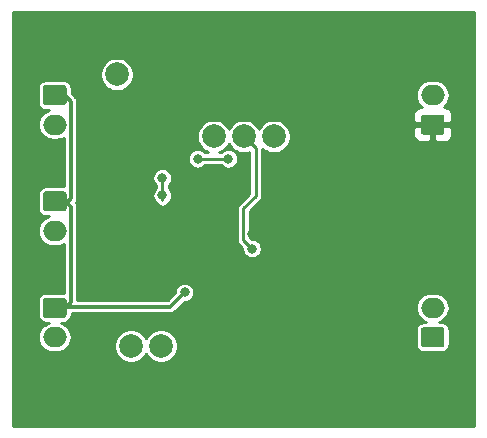
<source format=gbr>
G04 #@! TF.GenerationSoftware,KiCad,Pcbnew,5.1.5-1.fc31*
G04 #@! TF.CreationDate,2020-04-12T23:44:56+02:00*
G04 #@! TF.ProjectId,piezo_amplifier,7069657a-6f5f-4616-9d70-6c6966696572,rev?*
G04 #@! TF.SameCoordinates,Original*
G04 #@! TF.FileFunction,Copper,L2,Bot*
G04 #@! TF.FilePolarity,Positive*
%FSLAX46Y46*%
G04 Gerber Fmt 4.6, Leading zero omitted, Abs format (unit mm)*
G04 Created by KiCad (PCBNEW 5.1.5-1.fc31) date 2020-04-12 23:44:56*
%MOMM*%
%LPD*%
G04 APERTURE LIST*
%ADD10C,2.000000*%
%ADD11C,0.100000*%
%ADD12O,2.000000X1.700000*%
%ADD13C,0.800000*%
%ADD14C,0.300000*%
%ADD15C,0.250000*%
%ADD16C,0.254000*%
G04 APERTURE END LIST*
D10*
X127540000Y-70000000D03*
X125000000Y-70000000D03*
X115460000Y-87750000D03*
X114250000Y-64750000D03*
X122460000Y-70000000D03*
X118000000Y-87750000D03*
G04 #@! TA.AperFunction,ComponentPad*
D11*
G36*
X141774504Y-68151204D02*
G01*
X141798773Y-68154804D01*
X141822571Y-68160765D01*
X141845671Y-68169030D01*
X141867849Y-68179520D01*
X141888893Y-68192133D01*
X141908598Y-68206747D01*
X141926777Y-68223223D01*
X141943253Y-68241402D01*
X141957867Y-68261107D01*
X141970480Y-68282151D01*
X141980970Y-68304329D01*
X141989235Y-68327429D01*
X141995196Y-68351227D01*
X141998796Y-68375496D01*
X142000000Y-68400000D01*
X142000000Y-69600000D01*
X141998796Y-69624504D01*
X141995196Y-69648773D01*
X141989235Y-69672571D01*
X141980970Y-69695671D01*
X141970480Y-69717849D01*
X141957867Y-69738893D01*
X141943253Y-69758598D01*
X141926777Y-69776777D01*
X141908598Y-69793253D01*
X141888893Y-69807867D01*
X141867849Y-69820480D01*
X141845671Y-69830970D01*
X141822571Y-69839235D01*
X141798773Y-69845196D01*
X141774504Y-69848796D01*
X141750000Y-69850000D01*
X140250000Y-69850000D01*
X140225496Y-69848796D01*
X140201227Y-69845196D01*
X140177429Y-69839235D01*
X140154329Y-69830970D01*
X140132151Y-69820480D01*
X140111107Y-69807867D01*
X140091402Y-69793253D01*
X140073223Y-69776777D01*
X140056747Y-69758598D01*
X140042133Y-69738893D01*
X140029520Y-69717849D01*
X140019030Y-69695671D01*
X140010765Y-69672571D01*
X140004804Y-69648773D01*
X140001204Y-69624504D01*
X140000000Y-69600000D01*
X140000000Y-68400000D01*
X140001204Y-68375496D01*
X140004804Y-68351227D01*
X140010765Y-68327429D01*
X140019030Y-68304329D01*
X140029520Y-68282151D01*
X140042133Y-68261107D01*
X140056747Y-68241402D01*
X140073223Y-68223223D01*
X140091402Y-68206747D01*
X140111107Y-68192133D01*
X140132151Y-68179520D01*
X140154329Y-68169030D01*
X140177429Y-68160765D01*
X140201227Y-68154804D01*
X140225496Y-68151204D01*
X140250000Y-68150000D01*
X141750000Y-68150000D01*
X141774504Y-68151204D01*
G37*
G04 #@! TD.AperFunction*
D12*
X141000000Y-66500000D03*
G04 #@! TA.AperFunction,ComponentPad*
D11*
G36*
X109774504Y-65651204D02*
G01*
X109798773Y-65654804D01*
X109822571Y-65660765D01*
X109845671Y-65669030D01*
X109867849Y-65679520D01*
X109888893Y-65692133D01*
X109908598Y-65706747D01*
X109926777Y-65723223D01*
X109943253Y-65741402D01*
X109957867Y-65761107D01*
X109970480Y-65782151D01*
X109980970Y-65804329D01*
X109989235Y-65827429D01*
X109995196Y-65851227D01*
X109998796Y-65875496D01*
X110000000Y-65900000D01*
X110000000Y-67100000D01*
X109998796Y-67124504D01*
X109995196Y-67148773D01*
X109989235Y-67172571D01*
X109980970Y-67195671D01*
X109970480Y-67217849D01*
X109957867Y-67238893D01*
X109943253Y-67258598D01*
X109926777Y-67276777D01*
X109908598Y-67293253D01*
X109888893Y-67307867D01*
X109867849Y-67320480D01*
X109845671Y-67330970D01*
X109822571Y-67339235D01*
X109798773Y-67345196D01*
X109774504Y-67348796D01*
X109750000Y-67350000D01*
X108250000Y-67350000D01*
X108225496Y-67348796D01*
X108201227Y-67345196D01*
X108177429Y-67339235D01*
X108154329Y-67330970D01*
X108132151Y-67320480D01*
X108111107Y-67307867D01*
X108091402Y-67293253D01*
X108073223Y-67276777D01*
X108056747Y-67258598D01*
X108042133Y-67238893D01*
X108029520Y-67217849D01*
X108019030Y-67195671D01*
X108010765Y-67172571D01*
X108004804Y-67148773D01*
X108001204Y-67124504D01*
X108000000Y-67100000D01*
X108000000Y-65900000D01*
X108001204Y-65875496D01*
X108004804Y-65851227D01*
X108010765Y-65827429D01*
X108019030Y-65804329D01*
X108029520Y-65782151D01*
X108042133Y-65761107D01*
X108056747Y-65741402D01*
X108073223Y-65723223D01*
X108091402Y-65706747D01*
X108111107Y-65692133D01*
X108132151Y-65679520D01*
X108154329Y-65669030D01*
X108177429Y-65660765D01*
X108201227Y-65654804D01*
X108225496Y-65651204D01*
X108250000Y-65650000D01*
X109750000Y-65650000D01*
X109774504Y-65651204D01*
G37*
G04 #@! TD.AperFunction*
D12*
X109000000Y-69000000D03*
G04 #@! TA.AperFunction,ComponentPad*
D11*
G36*
X141774504Y-86151204D02*
G01*
X141798773Y-86154804D01*
X141822571Y-86160765D01*
X141845671Y-86169030D01*
X141867849Y-86179520D01*
X141888893Y-86192133D01*
X141908598Y-86206747D01*
X141926777Y-86223223D01*
X141943253Y-86241402D01*
X141957867Y-86261107D01*
X141970480Y-86282151D01*
X141980970Y-86304329D01*
X141989235Y-86327429D01*
X141995196Y-86351227D01*
X141998796Y-86375496D01*
X142000000Y-86400000D01*
X142000000Y-87600000D01*
X141998796Y-87624504D01*
X141995196Y-87648773D01*
X141989235Y-87672571D01*
X141980970Y-87695671D01*
X141970480Y-87717849D01*
X141957867Y-87738893D01*
X141943253Y-87758598D01*
X141926777Y-87776777D01*
X141908598Y-87793253D01*
X141888893Y-87807867D01*
X141867849Y-87820480D01*
X141845671Y-87830970D01*
X141822571Y-87839235D01*
X141798773Y-87845196D01*
X141774504Y-87848796D01*
X141750000Y-87850000D01*
X140250000Y-87850000D01*
X140225496Y-87848796D01*
X140201227Y-87845196D01*
X140177429Y-87839235D01*
X140154329Y-87830970D01*
X140132151Y-87820480D01*
X140111107Y-87807867D01*
X140091402Y-87793253D01*
X140073223Y-87776777D01*
X140056747Y-87758598D01*
X140042133Y-87738893D01*
X140029520Y-87717849D01*
X140019030Y-87695671D01*
X140010765Y-87672571D01*
X140004804Y-87648773D01*
X140001204Y-87624504D01*
X140000000Y-87600000D01*
X140000000Y-86400000D01*
X140001204Y-86375496D01*
X140004804Y-86351227D01*
X140010765Y-86327429D01*
X140019030Y-86304329D01*
X140029520Y-86282151D01*
X140042133Y-86261107D01*
X140056747Y-86241402D01*
X140073223Y-86223223D01*
X140091402Y-86206747D01*
X140111107Y-86192133D01*
X140132151Y-86179520D01*
X140154329Y-86169030D01*
X140177429Y-86160765D01*
X140201227Y-86154804D01*
X140225496Y-86151204D01*
X140250000Y-86150000D01*
X141750000Y-86150000D01*
X141774504Y-86151204D01*
G37*
G04 #@! TD.AperFunction*
D12*
X141000000Y-84500000D03*
X109000000Y-78000000D03*
G04 #@! TA.AperFunction,ComponentPad*
D11*
G36*
X109774504Y-74651204D02*
G01*
X109798773Y-74654804D01*
X109822571Y-74660765D01*
X109845671Y-74669030D01*
X109867849Y-74679520D01*
X109888893Y-74692133D01*
X109908598Y-74706747D01*
X109926777Y-74723223D01*
X109943253Y-74741402D01*
X109957867Y-74761107D01*
X109970480Y-74782151D01*
X109980970Y-74804329D01*
X109989235Y-74827429D01*
X109995196Y-74851227D01*
X109998796Y-74875496D01*
X110000000Y-74900000D01*
X110000000Y-76100000D01*
X109998796Y-76124504D01*
X109995196Y-76148773D01*
X109989235Y-76172571D01*
X109980970Y-76195671D01*
X109970480Y-76217849D01*
X109957867Y-76238893D01*
X109943253Y-76258598D01*
X109926777Y-76276777D01*
X109908598Y-76293253D01*
X109888893Y-76307867D01*
X109867849Y-76320480D01*
X109845671Y-76330970D01*
X109822571Y-76339235D01*
X109798773Y-76345196D01*
X109774504Y-76348796D01*
X109750000Y-76350000D01*
X108250000Y-76350000D01*
X108225496Y-76348796D01*
X108201227Y-76345196D01*
X108177429Y-76339235D01*
X108154329Y-76330970D01*
X108132151Y-76320480D01*
X108111107Y-76307867D01*
X108091402Y-76293253D01*
X108073223Y-76276777D01*
X108056747Y-76258598D01*
X108042133Y-76238893D01*
X108029520Y-76217849D01*
X108019030Y-76195671D01*
X108010765Y-76172571D01*
X108004804Y-76148773D01*
X108001204Y-76124504D01*
X108000000Y-76100000D01*
X108000000Y-74900000D01*
X108001204Y-74875496D01*
X108004804Y-74851227D01*
X108010765Y-74827429D01*
X108019030Y-74804329D01*
X108029520Y-74782151D01*
X108042133Y-74761107D01*
X108056747Y-74741402D01*
X108073223Y-74723223D01*
X108091402Y-74706747D01*
X108111107Y-74692133D01*
X108132151Y-74679520D01*
X108154329Y-74669030D01*
X108177429Y-74660765D01*
X108201227Y-74654804D01*
X108225496Y-74651204D01*
X108250000Y-74650000D01*
X109750000Y-74650000D01*
X109774504Y-74651204D01*
G37*
G04 #@! TD.AperFunction*
D12*
X109000000Y-87000000D03*
G04 #@! TA.AperFunction,ComponentPad*
D11*
G36*
X109774504Y-83651204D02*
G01*
X109798773Y-83654804D01*
X109822571Y-83660765D01*
X109845671Y-83669030D01*
X109867849Y-83679520D01*
X109888893Y-83692133D01*
X109908598Y-83706747D01*
X109926777Y-83723223D01*
X109943253Y-83741402D01*
X109957867Y-83761107D01*
X109970480Y-83782151D01*
X109980970Y-83804329D01*
X109989235Y-83827429D01*
X109995196Y-83851227D01*
X109998796Y-83875496D01*
X110000000Y-83900000D01*
X110000000Y-85100000D01*
X109998796Y-85124504D01*
X109995196Y-85148773D01*
X109989235Y-85172571D01*
X109980970Y-85195671D01*
X109970480Y-85217849D01*
X109957867Y-85238893D01*
X109943253Y-85258598D01*
X109926777Y-85276777D01*
X109908598Y-85293253D01*
X109888893Y-85307867D01*
X109867849Y-85320480D01*
X109845671Y-85330970D01*
X109822571Y-85339235D01*
X109798773Y-85345196D01*
X109774504Y-85348796D01*
X109750000Y-85350000D01*
X108250000Y-85350000D01*
X108225496Y-85348796D01*
X108201227Y-85345196D01*
X108177429Y-85339235D01*
X108154329Y-85330970D01*
X108132151Y-85320480D01*
X108111107Y-85307867D01*
X108091402Y-85293253D01*
X108073223Y-85276777D01*
X108056747Y-85258598D01*
X108042133Y-85238893D01*
X108029520Y-85217849D01*
X108019030Y-85195671D01*
X108010765Y-85172571D01*
X108004804Y-85148773D01*
X108001204Y-85124504D01*
X108000000Y-85100000D01*
X108000000Y-83900000D01*
X108001204Y-83875496D01*
X108004804Y-83851227D01*
X108010765Y-83827429D01*
X108019030Y-83804329D01*
X108029520Y-83782151D01*
X108042133Y-83761107D01*
X108056747Y-83741402D01*
X108073223Y-83723223D01*
X108091402Y-83706747D01*
X108111107Y-83692133D01*
X108132151Y-83679520D01*
X108154329Y-83669030D01*
X108177429Y-83660765D01*
X108201227Y-83654804D01*
X108225496Y-83651204D01*
X108250000Y-83650000D01*
X109750000Y-83650000D01*
X109774504Y-83651204D01*
G37*
G04 #@! TD.AperFunction*
D13*
X135600000Y-61550000D03*
X120900000Y-80000000D03*
X132000000Y-69300000D03*
X128500000Y-90300000D03*
X131800000Y-79000000D03*
X129450000Y-65500000D03*
X120900000Y-73500000D03*
X125700000Y-78300000D03*
X124300000Y-75700000D03*
X113800000Y-82900000D03*
X116200000Y-78800000D03*
X124000000Y-86400000D03*
X120000000Y-83200000D03*
X118100000Y-75000000D03*
X118100000Y-73500000D03*
X125700000Y-79500000D03*
X121100000Y-71900000D03*
X123700000Y-71900000D03*
D14*
X110350010Y-75249990D02*
X110000000Y-75600000D01*
X110000000Y-66700000D02*
X110350010Y-67050010D01*
X110350010Y-67050010D02*
X110350010Y-75249990D01*
X109000000Y-66700000D02*
X110000000Y-66700000D01*
X110000000Y-84400000D02*
X109000000Y-84400000D01*
X110350010Y-84049990D02*
X110000000Y-84400000D01*
X110000000Y-75600000D02*
X110350010Y-75950010D01*
X110350010Y-75950010D02*
X110350010Y-84049990D01*
X109000000Y-75600000D02*
X110000000Y-75600000D01*
X118800000Y-84400000D02*
X120000000Y-83200000D01*
X109000000Y-84400000D02*
X118800000Y-84400000D01*
D15*
X118100000Y-73500000D02*
X118100000Y-75400000D01*
X125999999Y-75073003D02*
X125999999Y-70999999D01*
X124974999Y-78774999D02*
X124974999Y-76098003D01*
X125999999Y-70999999D02*
X125000000Y-70000000D01*
X124974999Y-76098003D02*
X125999999Y-75073003D01*
X125700000Y-79500000D02*
X124974999Y-78774999D01*
X121100000Y-71900000D02*
X123700000Y-71900000D01*
D16*
G36*
X144523001Y-94523000D02*
G01*
X105477000Y-94523000D01*
X105477000Y-69000000D01*
X107566822Y-69000000D01*
X107591478Y-69250336D01*
X107664498Y-69491051D01*
X107783076Y-69712896D01*
X107942656Y-69907344D01*
X108137104Y-70066924D01*
X108358949Y-70185502D01*
X108599664Y-70258522D01*
X108787274Y-70277000D01*
X109212726Y-70277000D01*
X109400336Y-70258522D01*
X109641051Y-70185502D01*
X109773010Y-70114969D01*
X109773011Y-74223200D01*
X109750000Y-74220934D01*
X108250000Y-74220934D01*
X108117521Y-74233982D01*
X107990133Y-74272625D01*
X107872731Y-74335377D01*
X107769828Y-74419828D01*
X107685377Y-74522731D01*
X107622625Y-74640133D01*
X107583982Y-74767521D01*
X107570934Y-74900000D01*
X107570934Y-76100000D01*
X107583982Y-76232479D01*
X107622625Y-76359867D01*
X107685377Y-76477269D01*
X107769828Y-76580172D01*
X107872731Y-76664623D01*
X107990133Y-76727375D01*
X108117521Y-76766018D01*
X108250000Y-76779066D01*
X108475753Y-76779066D01*
X108358949Y-76814498D01*
X108137104Y-76933076D01*
X107942656Y-77092656D01*
X107783076Y-77287104D01*
X107664498Y-77508949D01*
X107591478Y-77749664D01*
X107566822Y-78000000D01*
X107591478Y-78250336D01*
X107664498Y-78491051D01*
X107783076Y-78712896D01*
X107942656Y-78907344D01*
X108137104Y-79066924D01*
X108358949Y-79185502D01*
X108599664Y-79258522D01*
X108787274Y-79277000D01*
X109212726Y-79277000D01*
X109400336Y-79258522D01*
X109641051Y-79185502D01*
X109773010Y-79114969D01*
X109773011Y-83223200D01*
X109750000Y-83220934D01*
X108250000Y-83220934D01*
X108117521Y-83233982D01*
X107990133Y-83272625D01*
X107872731Y-83335377D01*
X107769828Y-83419828D01*
X107685377Y-83522731D01*
X107622625Y-83640133D01*
X107583982Y-83767521D01*
X107570934Y-83900000D01*
X107570934Y-85100000D01*
X107583982Y-85232479D01*
X107622625Y-85359867D01*
X107685377Y-85477269D01*
X107769828Y-85580172D01*
X107872731Y-85664623D01*
X107990133Y-85727375D01*
X108117521Y-85766018D01*
X108250000Y-85779066D01*
X108475753Y-85779066D01*
X108358949Y-85814498D01*
X108137104Y-85933076D01*
X107942656Y-86092656D01*
X107783076Y-86287104D01*
X107664498Y-86508949D01*
X107591478Y-86749664D01*
X107566822Y-87000000D01*
X107591478Y-87250336D01*
X107664498Y-87491051D01*
X107783076Y-87712896D01*
X107942656Y-87907344D01*
X108137104Y-88066924D01*
X108358949Y-88185502D01*
X108599664Y-88258522D01*
X108787274Y-88277000D01*
X109212726Y-88277000D01*
X109400336Y-88258522D01*
X109641051Y-88185502D01*
X109862896Y-88066924D01*
X110057344Y-87907344D01*
X110216924Y-87712896D01*
X110272215Y-87609453D01*
X114033000Y-87609453D01*
X114033000Y-87890547D01*
X114087838Y-88166241D01*
X114195409Y-88425938D01*
X114351576Y-88659660D01*
X114550340Y-88858424D01*
X114784062Y-89014591D01*
X115043759Y-89122162D01*
X115319453Y-89177000D01*
X115600547Y-89177000D01*
X115876241Y-89122162D01*
X116135938Y-89014591D01*
X116369660Y-88858424D01*
X116568424Y-88659660D01*
X116724591Y-88425938D01*
X116730000Y-88412880D01*
X116735409Y-88425938D01*
X116891576Y-88659660D01*
X117090340Y-88858424D01*
X117324062Y-89014591D01*
X117583759Y-89122162D01*
X117859453Y-89177000D01*
X118140547Y-89177000D01*
X118416241Y-89122162D01*
X118675938Y-89014591D01*
X118909660Y-88858424D01*
X119108424Y-88659660D01*
X119264591Y-88425938D01*
X119372162Y-88166241D01*
X119427000Y-87890547D01*
X119427000Y-87609453D01*
X119372162Y-87333759D01*
X119264591Y-87074062D01*
X119108424Y-86840340D01*
X118909660Y-86641576D01*
X118675938Y-86485409D01*
X118416241Y-86377838D01*
X118140547Y-86323000D01*
X117859453Y-86323000D01*
X117583759Y-86377838D01*
X117324062Y-86485409D01*
X117090340Y-86641576D01*
X116891576Y-86840340D01*
X116735409Y-87074062D01*
X116730000Y-87087120D01*
X116724591Y-87074062D01*
X116568424Y-86840340D01*
X116369660Y-86641576D01*
X116135938Y-86485409D01*
X115876241Y-86377838D01*
X115600547Y-86323000D01*
X115319453Y-86323000D01*
X115043759Y-86377838D01*
X114784062Y-86485409D01*
X114550340Y-86641576D01*
X114351576Y-86840340D01*
X114195409Y-87074062D01*
X114087838Y-87333759D01*
X114033000Y-87609453D01*
X110272215Y-87609453D01*
X110335502Y-87491051D01*
X110408522Y-87250336D01*
X110433178Y-87000000D01*
X110408522Y-86749664D01*
X110335502Y-86508949D01*
X110216924Y-86287104D01*
X110057344Y-86092656D01*
X109862896Y-85933076D01*
X109641051Y-85814498D01*
X109524247Y-85779066D01*
X109750000Y-85779066D01*
X109882479Y-85766018D01*
X110009867Y-85727375D01*
X110127269Y-85664623D01*
X110230172Y-85580172D01*
X110314623Y-85477269D01*
X110377375Y-85359867D01*
X110416018Y-85232479D01*
X110429066Y-85100000D01*
X110429066Y-84977000D01*
X118771669Y-84977000D01*
X118800000Y-84979790D01*
X118828331Y-84977000D01*
X118828336Y-84977000D01*
X118858045Y-84974074D01*
X118913111Y-84968651D01*
X118957770Y-84955103D01*
X119021876Y-84935657D01*
X119122115Y-84882079D01*
X119209974Y-84809974D01*
X119228039Y-84787962D01*
X119516001Y-84500000D01*
X139566822Y-84500000D01*
X139591478Y-84750336D01*
X139664498Y-84991051D01*
X139783076Y-85212896D01*
X139942656Y-85407344D01*
X140137104Y-85566924D01*
X140358949Y-85685502D01*
X140475753Y-85720934D01*
X140250000Y-85720934D01*
X140117521Y-85733982D01*
X139990133Y-85772625D01*
X139872731Y-85835377D01*
X139769828Y-85919828D01*
X139685377Y-86022731D01*
X139622625Y-86140133D01*
X139583982Y-86267521D01*
X139570934Y-86400000D01*
X139570934Y-87600000D01*
X139583982Y-87732479D01*
X139622625Y-87859867D01*
X139685377Y-87977269D01*
X139769828Y-88080172D01*
X139872731Y-88164623D01*
X139990133Y-88227375D01*
X140117521Y-88266018D01*
X140250000Y-88279066D01*
X141750000Y-88279066D01*
X141882479Y-88266018D01*
X142009867Y-88227375D01*
X142127269Y-88164623D01*
X142230172Y-88080172D01*
X142314623Y-87977269D01*
X142377375Y-87859867D01*
X142416018Y-87732479D01*
X142429066Y-87600000D01*
X142429066Y-86400000D01*
X142416018Y-86267521D01*
X142377375Y-86140133D01*
X142314623Y-86022731D01*
X142230172Y-85919828D01*
X142127269Y-85835377D01*
X142009867Y-85772625D01*
X141882479Y-85733982D01*
X141750000Y-85720934D01*
X141524247Y-85720934D01*
X141641051Y-85685502D01*
X141862896Y-85566924D01*
X142057344Y-85407344D01*
X142216924Y-85212896D01*
X142335502Y-84991051D01*
X142408522Y-84750336D01*
X142433178Y-84500000D01*
X142408522Y-84249664D01*
X142335502Y-84008949D01*
X142216924Y-83787104D01*
X142057344Y-83592656D01*
X141862896Y-83433076D01*
X141641051Y-83314498D01*
X141400336Y-83241478D01*
X141212726Y-83223000D01*
X140787274Y-83223000D01*
X140599664Y-83241478D01*
X140358949Y-83314498D01*
X140137104Y-83433076D01*
X139942656Y-83592656D01*
X139783076Y-83787104D01*
X139664498Y-84008949D01*
X139591478Y-84249664D01*
X139566822Y-84500000D01*
X119516001Y-84500000D01*
X119989001Y-84027000D01*
X120081452Y-84027000D01*
X120241227Y-83995218D01*
X120391731Y-83932877D01*
X120527181Y-83842372D01*
X120642372Y-83727181D01*
X120732877Y-83591731D01*
X120795218Y-83441227D01*
X120827000Y-83281452D01*
X120827000Y-83118548D01*
X120795218Y-82958773D01*
X120732877Y-82808269D01*
X120642372Y-82672819D01*
X120527181Y-82557628D01*
X120391731Y-82467123D01*
X120241227Y-82404782D01*
X120081452Y-82373000D01*
X119918548Y-82373000D01*
X119758773Y-82404782D01*
X119608269Y-82467123D01*
X119472819Y-82557628D01*
X119357628Y-82672819D01*
X119267123Y-82808269D01*
X119204782Y-82958773D01*
X119173000Y-83118548D01*
X119173000Y-83210999D01*
X118560999Y-83823000D01*
X110927010Y-83823000D01*
X110927010Y-75978341D01*
X110929800Y-75950010D01*
X110918661Y-75836898D01*
X110899214Y-75772792D01*
X110885667Y-75728134D01*
X110832089Y-75627895D01*
X110809196Y-75600000D01*
X110832089Y-75572105D01*
X110885667Y-75471866D01*
X110913122Y-75381360D01*
X110918661Y-75363102D01*
X110926326Y-75285266D01*
X110927010Y-75278326D01*
X110927010Y-75278321D01*
X110929800Y-75249990D01*
X110927010Y-75221659D01*
X110927010Y-73418548D01*
X117273000Y-73418548D01*
X117273000Y-73581452D01*
X117304782Y-73741227D01*
X117367123Y-73891731D01*
X117457628Y-74027181D01*
X117548000Y-74117553D01*
X117548000Y-74382447D01*
X117457628Y-74472819D01*
X117367123Y-74608269D01*
X117304782Y-74758773D01*
X117273000Y-74918548D01*
X117273000Y-75081452D01*
X117304782Y-75241227D01*
X117367123Y-75391731D01*
X117457628Y-75527181D01*
X117572819Y-75642372D01*
X117620774Y-75674414D01*
X117638810Y-75708158D01*
X117707790Y-75792211D01*
X117791843Y-75861191D01*
X117887738Y-75912448D01*
X117991790Y-75944012D01*
X118100000Y-75954670D01*
X118208211Y-75944012D01*
X118312263Y-75912448D01*
X118408158Y-75861191D01*
X118492211Y-75792211D01*
X118561191Y-75708158D01*
X118579228Y-75674413D01*
X118627181Y-75642372D01*
X118742372Y-75527181D01*
X118832877Y-75391731D01*
X118895218Y-75241227D01*
X118927000Y-75081452D01*
X118927000Y-74918548D01*
X118895218Y-74758773D01*
X118832877Y-74608269D01*
X118742372Y-74472819D01*
X118652000Y-74382447D01*
X118652000Y-74117553D01*
X118742372Y-74027181D01*
X118832877Y-73891731D01*
X118895218Y-73741227D01*
X118927000Y-73581452D01*
X118927000Y-73418548D01*
X118895218Y-73258773D01*
X118832877Y-73108269D01*
X118742372Y-72972819D01*
X118627181Y-72857628D01*
X118491731Y-72767123D01*
X118341227Y-72704782D01*
X118181452Y-72673000D01*
X118018548Y-72673000D01*
X117858773Y-72704782D01*
X117708269Y-72767123D01*
X117572819Y-72857628D01*
X117457628Y-72972819D01*
X117367123Y-73108269D01*
X117304782Y-73258773D01*
X117273000Y-73418548D01*
X110927010Y-73418548D01*
X110927010Y-71818548D01*
X120273000Y-71818548D01*
X120273000Y-71981452D01*
X120304782Y-72141227D01*
X120367123Y-72291731D01*
X120457628Y-72427181D01*
X120572819Y-72542372D01*
X120708269Y-72632877D01*
X120858773Y-72695218D01*
X121018548Y-72727000D01*
X121181452Y-72727000D01*
X121341227Y-72695218D01*
X121491731Y-72632877D01*
X121627181Y-72542372D01*
X121717553Y-72452000D01*
X123082447Y-72452000D01*
X123172819Y-72542372D01*
X123308269Y-72632877D01*
X123458773Y-72695218D01*
X123618548Y-72727000D01*
X123781452Y-72727000D01*
X123941227Y-72695218D01*
X124091731Y-72632877D01*
X124227181Y-72542372D01*
X124342372Y-72427181D01*
X124432877Y-72291731D01*
X124495218Y-72141227D01*
X124527000Y-71981452D01*
X124527000Y-71818548D01*
X124495218Y-71658773D01*
X124432877Y-71508269D01*
X124342372Y-71372819D01*
X124227181Y-71257628D01*
X124091731Y-71167123D01*
X123941227Y-71104782D01*
X123781452Y-71073000D01*
X123618548Y-71073000D01*
X123458773Y-71104782D01*
X123308269Y-71167123D01*
X123172819Y-71257628D01*
X123082447Y-71348000D01*
X122934573Y-71348000D01*
X123135938Y-71264591D01*
X123369660Y-71108424D01*
X123568424Y-70909660D01*
X123724591Y-70675938D01*
X123730000Y-70662880D01*
X123735409Y-70675938D01*
X123891576Y-70909660D01*
X124090340Y-71108424D01*
X124324062Y-71264591D01*
X124583759Y-71372162D01*
X124859453Y-71427000D01*
X125140547Y-71427000D01*
X125416241Y-71372162D01*
X125448000Y-71359007D01*
X125447999Y-74844358D01*
X124603851Y-75688507D01*
X124582789Y-75705792D01*
X124524059Y-75777355D01*
X124513808Y-75789846D01*
X124462551Y-75885741D01*
X124430988Y-75989793D01*
X124420329Y-76098003D01*
X124423000Y-76125119D01*
X124422999Y-78747893D01*
X124420329Y-78774999D01*
X124422999Y-78802105D01*
X124422999Y-78802107D01*
X124430987Y-78883209D01*
X124462551Y-78987261D01*
X124513808Y-79083157D01*
X124582788Y-79167210D01*
X124603855Y-79184499D01*
X124873000Y-79453645D01*
X124873000Y-79581452D01*
X124904782Y-79741227D01*
X124967123Y-79891731D01*
X125057628Y-80027181D01*
X125172819Y-80142372D01*
X125308269Y-80232877D01*
X125458773Y-80295218D01*
X125618548Y-80327000D01*
X125781452Y-80327000D01*
X125941227Y-80295218D01*
X126091731Y-80232877D01*
X126227181Y-80142372D01*
X126342372Y-80027181D01*
X126432877Y-79891731D01*
X126495218Y-79741227D01*
X126527000Y-79581452D01*
X126527000Y-79418548D01*
X126495218Y-79258773D01*
X126432877Y-79108269D01*
X126342372Y-78972819D01*
X126227181Y-78857628D01*
X126091731Y-78767123D01*
X125941227Y-78704782D01*
X125781452Y-78673000D01*
X125653645Y-78673000D01*
X125526999Y-78546355D01*
X125526999Y-76326647D01*
X126371148Y-75482499D01*
X126392210Y-75465214D01*
X126461190Y-75381161D01*
X126512447Y-75285266D01*
X126544011Y-75181214D01*
X126551999Y-75100112D01*
X126551999Y-75100109D01*
X126554669Y-75073003D01*
X126551999Y-75045897D01*
X126551999Y-71030083D01*
X126630340Y-71108424D01*
X126864062Y-71264591D01*
X127123759Y-71372162D01*
X127399453Y-71427000D01*
X127680547Y-71427000D01*
X127956241Y-71372162D01*
X128215938Y-71264591D01*
X128449660Y-71108424D01*
X128648424Y-70909660D01*
X128804591Y-70675938D01*
X128912162Y-70416241D01*
X128967000Y-70140547D01*
X128967000Y-69859453D01*
X128965120Y-69850000D01*
X139361928Y-69850000D01*
X139374188Y-69974482D01*
X139410498Y-70094180D01*
X139469463Y-70204494D01*
X139548815Y-70301185D01*
X139645506Y-70380537D01*
X139755820Y-70439502D01*
X139875518Y-70475812D01*
X140000000Y-70488072D01*
X140714250Y-70485000D01*
X140873000Y-70326250D01*
X140873000Y-69127000D01*
X141127000Y-69127000D01*
X141127000Y-70326250D01*
X141285750Y-70485000D01*
X142000000Y-70488072D01*
X142124482Y-70475812D01*
X142244180Y-70439502D01*
X142354494Y-70380537D01*
X142451185Y-70301185D01*
X142530537Y-70204494D01*
X142589502Y-70094180D01*
X142625812Y-69974482D01*
X142638072Y-69850000D01*
X142635000Y-69285750D01*
X142476250Y-69127000D01*
X141127000Y-69127000D01*
X140873000Y-69127000D01*
X139523750Y-69127000D01*
X139365000Y-69285750D01*
X139361928Y-69850000D01*
X128965120Y-69850000D01*
X128912162Y-69583759D01*
X128804591Y-69324062D01*
X128648424Y-69090340D01*
X128449660Y-68891576D01*
X128215938Y-68735409D01*
X127956241Y-68627838D01*
X127680547Y-68573000D01*
X127399453Y-68573000D01*
X127123759Y-68627838D01*
X126864062Y-68735409D01*
X126630340Y-68891576D01*
X126431576Y-69090340D01*
X126275409Y-69324062D01*
X126270000Y-69337120D01*
X126264591Y-69324062D01*
X126108424Y-69090340D01*
X125909660Y-68891576D01*
X125675938Y-68735409D01*
X125416241Y-68627838D01*
X125140547Y-68573000D01*
X124859453Y-68573000D01*
X124583759Y-68627838D01*
X124324062Y-68735409D01*
X124090340Y-68891576D01*
X123891576Y-69090340D01*
X123735409Y-69324062D01*
X123730000Y-69337120D01*
X123724591Y-69324062D01*
X123568424Y-69090340D01*
X123369660Y-68891576D01*
X123135938Y-68735409D01*
X122876241Y-68627838D01*
X122600547Y-68573000D01*
X122319453Y-68573000D01*
X122043759Y-68627838D01*
X121784062Y-68735409D01*
X121550340Y-68891576D01*
X121351576Y-69090340D01*
X121195409Y-69324062D01*
X121087838Y-69583759D01*
X121033000Y-69859453D01*
X121033000Y-70140547D01*
X121087838Y-70416241D01*
X121195409Y-70675938D01*
X121351576Y-70909660D01*
X121550340Y-71108424D01*
X121784062Y-71264591D01*
X121985427Y-71348000D01*
X121717553Y-71348000D01*
X121627181Y-71257628D01*
X121491731Y-71167123D01*
X121341227Y-71104782D01*
X121181452Y-71073000D01*
X121018548Y-71073000D01*
X120858773Y-71104782D01*
X120708269Y-71167123D01*
X120572819Y-71257628D01*
X120457628Y-71372819D01*
X120367123Y-71508269D01*
X120304782Y-71658773D01*
X120273000Y-71818548D01*
X110927010Y-71818548D01*
X110927010Y-68150000D01*
X139361928Y-68150000D01*
X139365000Y-68714250D01*
X139523750Y-68873000D01*
X140873000Y-68873000D01*
X140873000Y-68853000D01*
X141127000Y-68853000D01*
X141127000Y-68873000D01*
X142476250Y-68873000D01*
X142635000Y-68714250D01*
X142638072Y-68150000D01*
X142625812Y-68025518D01*
X142589502Y-67905820D01*
X142530537Y-67795506D01*
X142451185Y-67698815D01*
X142354494Y-67619463D01*
X142244180Y-67560498D01*
X142124482Y-67524188D01*
X142000000Y-67511928D01*
X141929539Y-67512231D01*
X142057344Y-67407344D01*
X142216924Y-67212896D01*
X142335502Y-66991051D01*
X142408522Y-66750336D01*
X142433178Y-66500000D01*
X142408522Y-66249664D01*
X142335502Y-66008949D01*
X142216924Y-65787104D01*
X142057344Y-65592656D01*
X141862896Y-65433076D01*
X141641051Y-65314498D01*
X141400336Y-65241478D01*
X141212726Y-65223000D01*
X140787274Y-65223000D01*
X140599664Y-65241478D01*
X140358949Y-65314498D01*
X140137104Y-65433076D01*
X139942656Y-65592656D01*
X139783076Y-65787104D01*
X139664498Y-66008949D01*
X139591478Y-66249664D01*
X139566822Y-66500000D01*
X139591478Y-66750336D01*
X139664498Y-66991051D01*
X139783076Y-67212896D01*
X139942656Y-67407344D01*
X140070461Y-67512231D01*
X140000000Y-67511928D01*
X139875518Y-67524188D01*
X139755820Y-67560498D01*
X139645506Y-67619463D01*
X139548815Y-67698815D01*
X139469463Y-67795506D01*
X139410498Y-67905820D01*
X139374188Y-68025518D01*
X139361928Y-68150000D01*
X110927010Y-68150000D01*
X110927010Y-67078341D01*
X110929800Y-67050010D01*
X110918661Y-66936898D01*
X110885667Y-66828135D01*
X110885667Y-66828134D01*
X110832089Y-66727895D01*
X110759984Y-66640036D01*
X110737968Y-66621968D01*
X110429066Y-66313065D01*
X110429066Y-65900000D01*
X110416018Y-65767521D01*
X110377375Y-65640133D01*
X110314623Y-65522731D01*
X110230172Y-65419828D01*
X110127269Y-65335377D01*
X110009867Y-65272625D01*
X109882479Y-65233982D01*
X109750000Y-65220934D01*
X108250000Y-65220934D01*
X108117521Y-65233982D01*
X107990133Y-65272625D01*
X107872731Y-65335377D01*
X107769828Y-65419828D01*
X107685377Y-65522731D01*
X107622625Y-65640133D01*
X107583982Y-65767521D01*
X107570934Y-65900000D01*
X107570934Y-67100000D01*
X107583982Y-67232479D01*
X107622625Y-67359867D01*
X107685377Y-67477269D01*
X107769828Y-67580172D01*
X107872731Y-67664623D01*
X107990133Y-67727375D01*
X108117521Y-67766018D01*
X108250000Y-67779066D01*
X108475753Y-67779066D01*
X108358949Y-67814498D01*
X108137104Y-67933076D01*
X107942656Y-68092656D01*
X107783076Y-68287104D01*
X107664498Y-68508949D01*
X107591478Y-68749664D01*
X107566822Y-69000000D01*
X105477000Y-69000000D01*
X105477000Y-64609453D01*
X112823000Y-64609453D01*
X112823000Y-64890547D01*
X112877838Y-65166241D01*
X112985409Y-65425938D01*
X113141576Y-65659660D01*
X113340340Y-65858424D01*
X113574062Y-66014591D01*
X113833759Y-66122162D01*
X114109453Y-66177000D01*
X114390547Y-66177000D01*
X114666241Y-66122162D01*
X114925938Y-66014591D01*
X115159660Y-65858424D01*
X115358424Y-65659660D01*
X115514591Y-65425938D01*
X115622162Y-65166241D01*
X115677000Y-64890547D01*
X115677000Y-64609453D01*
X115622162Y-64333759D01*
X115514591Y-64074062D01*
X115358424Y-63840340D01*
X115159660Y-63641576D01*
X114925938Y-63485409D01*
X114666241Y-63377838D01*
X114390547Y-63323000D01*
X114109453Y-63323000D01*
X113833759Y-63377838D01*
X113574062Y-63485409D01*
X113340340Y-63641576D01*
X113141576Y-63840340D01*
X112985409Y-64074062D01*
X112877838Y-64333759D01*
X112823000Y-64609453D01*
X105477000Y-64609453D01*
X105477000Y-59477000D01*
X144523000Y-59477000D01*
X144523001Y-94523000D01*
G37*
X144523001Y-94523000D02*
X105477000Y-94523000D01*
X105477000Y-69000000D01*
X107566822Y-69000000D01*
X107591478Y-69250336D01*
X107664498Y-69491051D01*
X107783076Y-69712896D01*
X107942656Y-69907344D01*
X108137104Y-70066924D01*
X108358949Y-70185502D01*
X108599664Y-70258522D01*
X108787274Y-70277000D01*
X109212726Y-70277000D01*
X109400336Y-70258522D01*
X109641051Y-70185502D01*
X109773010Y-70114969D01*
X109773011Y-74223200D01*
X109750000Y-74220934D01*
X108250000Y-74220934D01*
X108117521Y-74233982D01*
X107990133Y-74272625D01*
X107872731Y-74335377D01*
X107769828Y-74419828D01*
X107685377Y-74522731D01*
X107622625Y-74640133D01*
X107583982Y-74767521D01*
X107570934Y-74900000D01*
X107570934Y-76100000D01*
X107583982Y-76232479D01*
X107622625Y-76359867D01*
X107685377Y-76477269D01*
X107769828Y-76580172D01*
X107872731Y-76664623D01*
X107990133Y-76727375D01*
X108117521Y-76766018D01*
X108250000Y-76779066D01*
X108475753Y-76779066D01*
X108358949Y-76814498D01*
X108137104Y-76933076D01*
X107942656Y-77092656D01*
X107783076Y-77287104D01*
X107664498Y-77508949D01*
X107591478Y-77749664D01*
X107566822Y-78000000D01*
X107591478Y-78250336D01*
X107664498Y-78491051D01*
X107783076Y-78712896D01*
X107942656Y-78907344D01*
X108137104Y-79066924D01*
X108358949Y-79185502D01*
X108599664Y-79258522D01*
X108787274Y-79277000D01*
X109212726Y-79277000D01*
X109400336Y-79258522D01*
X109641051Y-79185502D01*
X109773010Y-79114969D01*
X109773011Y-83223200D01*
X109750000Y-83220934D01*
X108250000Y-83220934D01*
X108117521Y-83233982D01*
X107990133Y-83272625D01*
X107872731Y-83335377D01*
X107769828Y-83419828D01*
X107685377Y-83522731D01*
X107622625Y-83640133D01*
X107583982Y-83767521D01*
X107570934Y-83900000D01*
X107570934Y-85100000D01*
X107583982Y-85232479D01*
X107622625Y-85359867D01*
X107685377Y-85477269D01*
X107769828Y-85580172D01*
X107872731Y-85664623D01*
X107990133Y-85727375D01*
X108117521Y-85766018D01*
X108250000Y-85779066D01*
X108475753Y-85779066D01*
X108358949Y-85814498D01*
X108137104Y-85933076D01*
X107942656Y-86092656D01*
X107783076Y-86287104D01*
X107664498Y-86508949D01*
X107591478Y-86749664D01*
X107566822Y-87000000D01*
X107591478Y-87250336D01*
X107664498Y-87491051D01*
X107783076Y-87712896D01*
X107942656Y-87907344D01*
X108137104Y-88066924D01*
X108358949Y-88185502D01*
X108599664Y-88258522D01*
X108787274Y-88277000D01*
X109212726Y-88277000D01*
X109400336Y-88258522D01*
X109641051Y-88185502D01*
X109862896Y-88066924D01*
X110057344Y-87907344D01*
X110216924Y-87712896D01*
X110272215Y-87609453D01*
X114033000Y-87609453D01*
X114033000Y-87890547D01*
X114087838Y-88166241D01*
X114195409Y-88425938D01*
X114351576Y-88659660D01*
X114550340Y-88858424D01*
X114784062Y-89014591D01*
X115043759Y-89122162D01*
X115319453Y-89177000D01*
X115600547Y-89177000D01*
X115876241Y-89122162D01*
X116135938Y-89014591D01*
X116369660Y-88858424D01*
X116568424Y-88659660D01*
X116724591Y-88425938D01*
X116730000Y-88412880D01*
X116735409Y-88425938D01*
X116891576Y-88659660D01*
X117090340Y-88858424D01*
X117324062Y-89014591D01*
X117583759Y-89122162D01*
X117859453Y-89177000D01*
X118140547Y-89177000D01*
X118416241Y-89122162D01*
X118675938Y-89014591D01*
X118909660Y-88858424D01*
X119108424Y-88659660D01*
X119264591Y-88425938D01*
X119372162Y-88166241D01*
X119427000Y-87890547D01*
X119427000Y-87609453D01*
X119372162Y-87333759D01*
X119264591Y-87074062D01*
X119108424Y-86840340D01*
X118909660Y-86641576D01*
X118675938Y-86485409D01*
X118416241Y-86377838D01*
X118140547Y-86323000D01*
X117859453Y-86323000D01*
X117583759Y-86377838D01*
X117324062Y-86485409D01*
X117090340Y-86641576D01*
X116891576Y-86840340D01*
X116735409Y-87074062D01*
X116730000Y-87087120D01*
X116724591Y-87074062D01*
X116568424Y-86840340D01*
X116369660Y-86641576D01*
X116135938Y-86485409D01*
X115876241Y-86377838D01*
X115600547Y-86323000D01*
X115319453Y-86323000D01*
X115043759Y-86377838D01*
X114784062Y-86485409D01*
X114550340Y-86641576D01*
X114351576Y-86840340D01*
X114195409Y-87074062D01*
X114087838Y-87333759D01*
X114033000Y-87609453D01*
X110272215Y-87609453D01*
X110335502Y-87491051D01*
X110408522Y-87250336D01*
X110433178Y-87000000D01*
X110408522Y-86749664D01*
X110335502Y-86508949D01*
X110216924Y-86287104D01*
X110057344Y-86092656D01*
X109862896Y-85933076D01*
X109641051Y-85814498D01*
X109524247Y-85779066D01*
X109750000Y-85779066D01*
X109882479Y-85766018D01*
X110009867Y-85727375D01*
X110127269Y-85664623D01*
X110230172Y-85580172D01*
X110314623Y-85477269D01*
X110377375Y-85359867D01*
X110416018Y-85232479D01*
X110429066Y-85100000D01*
X110429066Y-84977000D01*
X118771669Y-84977000D01*
X118800000Y-84979790D01*
X118828331Y-84977000D01*
X118828336Y-84977000D01*
X118858045Y-84974074D01*
X118913111Y-84968651D01*
X118957770Y-84955103D01*
X119021876Y-84935657D01*
X119122115Y-84882079D01*
X119209974Y-84809974D01*
X119228039Y-84787962D01*
X119516001Y-84500000D01*
X139566822Y-84500000D01*
X139591478Y-84750336D01*
X139664498Y-84991051D01*
X139783076Y-85212896D01*
X139942656Y-85407344D01*
X140137104Y-85566924D01*
X140358949Y-85685502D01*
X140475753Y-85720934D01*
X140250000Y-85720934D01*
X140117521Y-85733982D01*
X139990133Y-85772625D01*
X139872731Y-85835377D01*
X139769828Y-85919828D01*
X139685377Y-86022731D01*
X139622625Y-86140133D01*
X139583982Y-86267521D01*
X139570934Y-86400000D01*
X139570934Y-87600000D01*
X139583982Y-87732479D01*
X139622625Y-87859867D01*
X139685377Y-87977269D01*
X139769828Y-88080172D01*
X139872731Y-88164623D01*
X139990133Y-88227375D01*
X140117521Y-88266018D01*
X140250000Y-88279066D01*
X141750000Y-88279066D01*
X141882479Y-88266018D01*
X142009867Y-88227375D01*
X142127269Y-88164623D01*
X142230172Y-88080172D01*
X142314623Y-87977269D01*
X142377375Y-87859867D01*
X142416018Y-87732479D01*
X142429066Y-87600000D01*
X142429066Y-86400000D01*
X142416018Y-86267521D01*
X142377375Y-86140133D01*
X142314623Y-86022731D01*
X142230172Y-85919828D01*
X142127269Y-85835377D01*
X142009867Y-85772625D01*
X141882479Y-85733982D01*
X141750000Y-85720934D01*
X141524247Y-85720934D01*
X141641051Y-85685502D01*
X141862896Y-85566924D01*
X142057344Y-85407344D01*
X142216924Y-85212896D01*
X142335502Y-84991051D01*
X142408522Y-84750336D01*
X142433178Y-84500000D01*
X142408522Y-84249664D01*
X142335502Y-84008949D01*
X142216924Y-83787104D01*
X142057344Y-83592656D01*
X141862896Y-83433076D01*
X141641051Y-83314498D01*
X141400336Y-83241478D01*
X141212726Y-83223000D01*
X140787274Y-83223000D01*
X140599664Y-83241478D01*
X140358949Y-83314498D01*
X140137104Y-83433076D01*
X139942656Y-83592656D01*
X139783076Y-83787104D01*
X139664498Y-84008949D01*
X139591478Y-84249664D01*
X139566822Y-84500000D01*
X119516001Y-84500000D01*
X119989001Y-84027000D01*
X120081452Y-84027000D01*
X120241227Y-83995218D01*
X120391731Y-83932877D01*
X120527181Y-83842372D01*
X120642372Y-83727181D01*
X120732877Y-83591731D01*
X120795218Y-83441227D01*
X120827000Y-83281452D01*
X120827000Y-83118548D01*
X120795218Y-82958773D01*
X120732877Y-82808269D01*
X120642372Y-82672819D01*
X120527181Y-82557628D01*
X120391731Y-82467123D01*
X120241227Y-82404782D01*
X120081452Y-82373000D01*
X119918548Y-82373000D01*
X119758773Y-82404782D01*
X119608269Y-82467123D01*
X119472819Y-82557628D01*
X119357628Y-82672819D01*
X119267123Y-82808269D01*
X119204782Y-82958773D01*
X119173000Y-83118548D01*
X119173000Y-83210999D01*
X118560999Y-83823000D01*
X110927010Y-83823000D01*
X110927010Y-75978341D01*
X110929800Y-75950010D01*
X110918661Y-75836898D01*
X110899214Y-75772792D01*
X110885667Y-75728134D01*
X110832089Y-75627895D01*
X110809196Y-75600000D01*
X110832089Y-75572105D01*
X110885667Y-75471866D01*
X110913122Y-75381360D01*
X110918661Y-75363102D01*
X110926326Y-75285266D01*
X110927010Y-75278326D01*
X110927010Y-75278321D01*
X110929800Y-75249990D01*
X110927010Y-75221659D01*
X110927010Y-73418548D01*
X117273000Y-73418548D01*
X117273000Y-73581452D01*
X117304782Y-73741227D01*
X117367123Y-73891731D01*
X117457628Y-74027181D01*
X117548000Y-74117553D01*
X117548000Y-74382447D01*
X117457628Y-74472819D01*
X117367123Y-74608269D01*
X117304782Y-74758773D01*
X117273000Y-74918548D01*
X117273000Y-75081452D01*
X117304782Y-75241227D01*
X117367123Y-75391731D01*
X117457628Y-75527181D01*
X117572819Y-75642372D01*
X117620774Y-75674414D01*
X117638810Y-75708158D01*
X117707790Y-75792211D01*
X117791843Y-75861191D01*
X117887738Y-75912448D01*
X117991790Y-75944012D01*
X118100000Y-75954670D01*
X118208211Y-75944012D01*
X118312263Y-75912448D01*
X118408158Y-75861191D01*
X118492211Y-75792211D01*
X118561191Y-75708158D01*
X118579228Y-75674413D01*
X118627181Y-75642372D01*
X118742372Y-75527181D01*
X118832877Y-75391731D01*
X118895218Y-75241227D01*
X118927000Y-75081452D01*
X118927000Y-74918548D01*
X118895218Y-74758773D01*
X118832877Y-74608269D01*
X118742372Y-74472819D01*
X118652000Y-74382447D01*
X118652000Y-74117553D01*
X118742372Y-74027181D01*
X118832877Y-73891731D01*
X118895218Y-73741227D01*
X118927000Y-73581452D01*
X118927000Y-73418548D01*
X118895218Y-73258773D01*
X118832877Y-73108269D01*
X118742372Y-72972819D01*
X118627181Y-72857628D01*
X118491731Y-72767123D01*
X118341227Y-72704782D01*
X118181452Y-72673000D01*
X118018548Y-72673000D01*
X117858773Y-72704782D01*
X117708269Y-72767123D01*
X117572819Y-72857628D01*
X117457628Y-72972819D01*
X117367123Y-73108269D01*
X117304782Y-73258773D01*
X117273000Y-73418548D01*
X110927010Y-73418548D01*
X110927010Y-71818548D01*
X120273000Y-71818548D01*
X120273000Y-71981452D01*
X120304782Y-72141227D01*
X120367123Y-72291731D01*
X120457628Y-72427181D01*
X120572819Y-72542372D01*
X120708269Y-72632877D01*
X120858773Y-72695218D01*
X121018548Y-72727000D01*
X121181452Y-72727000D01*
X121341227Y-72695218D01*
X121491731Y-72632877D01*
X121627181Y-72542372D01*
X121717553Y-72452000D01*
X123082447Y-72452000D01*
X123172819Y-72542372D01*
X123308269Y-72632877D01*
X123458773Y-72695218D01*
X123618548Y-72727000D01*
X123781452Y-72727000D01*
X123941227Y-72695218D01*
X124091731Y-72632877D01*
X124227181Y-72542372D01*
X124342372Y-72427181D01*
X124432877Y-72291731D01*
X124495218Y-72141227D01*
X124527000Y-71981452D01*
X124527000Y-71818548D01*
X124495218Y-71658773D01*
X124432877Y-71508269D01*
X124342372Y-71372819D01*
X124227181Y-71257628D01*
X124091731Y-71167123D01*
X123941227Y-71104782D01*
X123781452Y-71073000D01*
X123618548Y-71073000D01*
X123458773Y-71104782D01*
X123308269Y-71167123D01*
X123172819Y-71257628D01*
X123082447Y-71348000D01*
X122934573Y-71348000D01*
X123135938Y-71264591D01*
X123369660Y-71108424D01*
X123568424Y-70909660D01*
X123724591Y-70675938D01*
X123730000Y-70662880D01*
X123735409Y-70675938D01*
X123891576Y-70909660D01*
X124090340Y-71108424D01*
X124324062Y-71264591D01*
X124583759Y-71372162D01*
X124859453Y-71427000D01*
X125140547Y-71427000D01*
X125416241Y-71372162D01*
X125448000Y-71359007D01*
X125447999Y-74844358D01*
X124603851Y-75688507D01*
X124582789Y-75705792D01*
X124524059Y-75777355D01*
X124513808Y-75789846D01*
X124462551Y-75885741D01*
X124430988Y-75989793D01*
X124420329Y-76098003D01*
X124423000Y-76125119D01*
X124422999Y-78747893D01*
X124420329Y-78774999D01*
X124422999Y-78802105D01*
X124422999Y-78802107D01*
X124430987Y-78883209D01*
X124462551Y-78987261D01*
X124513808Y-79083157D01*
X124582788Y-79167210D01*
X124603855Y-79184499D01*
X124873000Y-79453645D01*
X124873000Y-79581452D01*
X124904782Y-79741227D01*
X124967123Y-79891731D01*
X125057628Y-80027181D01*
X125172819Y-80142372D01*
X125308269Y-80232877D01*
X125458773Y-80295218D01*
X125618548Y-80327000D01*
X125781452Y-80327000D01*
X125941227Y-80295218D01*
X126091731Y-80232877D01*
X126227181Y-80142372D01*
X126342372Y-80027181D01*
X126432877Y-79891731D01*
X126495218Y-79741227D01*
X126527000Y-79581452D01*
X126527000Y-79418548D01*
X126495218Y-79258773D01*
X126432877Y-79108269D01*
X126342372Y-78972819D01*
X126227181Y-78857628D01*
X126091731Y-78767123D01*
X125941227Y-78704782D01*
X125781452Y-78673000D01*
X125653645Y-78673000D01*
X125526999Y-78546355D01*
X125526999Y-76326647D01*
X126371148Y-75482499D01*
X126392210Y-75465214D01*
X126461190Y-75381161D01*
X126512447Y-75285266D01*
X126544011Y-75181214D01*
X126551999Y-75100112D01*
X126551999Y-75100109D01*
X126554669Y-75073003D01*
X126551999Y-75045897D01*
X126551999Y-71030083D01*
X126630340Y-71108424D01*
X126864062Y-71264591D01*
X127123759Y-71372162D01*
X127399453Y-71427000D01*
X127680547Y-71427000D01*
X127956241Y-71372162D01*
X128215938Y-71264591D01*
X128449660Y-71108424D01*
X128648424Y-70909660D01*
X128804591Y-70675938D01*
X128912162Y-70416241D01*
X128967000Y-70140547D01*
X128967000Y-69859453D01*
X128965120Y-69850000D01*
X139361928Y-69850000D01*
X139374188Y-69974482D01*
X139410498Y-70094180D01*
X139469463Y-70204494D01*
X139548815Y-70301185D01*
X139645506Y-70380537D01*
X139755820Y-70439502D01*
X139875518Y-70475812D01*
X140000000Y-70488072D01*
X140714250Y-70485000D01*
X140873000Y-70326250D01*
X140873000Y-69127000D01*
X141127000Y-69127000D01*
X141127000Y-70326250D01*
X141285750Y-70485000D01*
X142000000Y-70488072D01*
X142124482Y-70475812D01*
X142244180Y-70439502D01*
X142354494Y-70380537D01*
X142451185Y-70301185D01*
X142530537Y-70204494D01*
X142589502Y-70094180D01*
X142625812Y-69974482D01*
X142638072Y-69850000D01*
X142635000Y-69285750D01*
X142476250Y-69127000D01*
X141127000Y-69127000D01*
X140873000Y-69127000D01*
X139523750Y-69127000D01*
X139365000Y-69285750D01*
X139361928Y-69850000D01*
X128965120Y-69850000D01*
X128912162Y-69583759D01*
X128804591Y-69324062D01*
X128648424Y-69090340D01*
X128449660Y-68891576D01*
X128215938Y-68735409D01*
X127956241Y-68627838D01*
X127680547Y-68573000D01*
X127399453Y-68573000D01*
X127123759Y-68627838D01*
X126864062Y-68735409D01*
X126630340Y-68891576D01*
X126431576Y-69090340D01*
X126275409Y-69324062D01*
X126270000Y-69337120D01*
X126264591Y-69324062D01*
X126108424Y-69090340D01*
X125909660Y-68891576D01*
X125675938Y-68735409D01*
X125416241Y-68627838D01*
X125140547Y-68573000D01*
X124859453Y-68573000D01*
X124583759Y-68627838D01*
X124324062Y-68735409D01*
X124090340Y-68891576D01*
X123891576Y-69090340D01*
X123735409Y-69324062D01*
X123730000Y-69337120D01*
X123724591Y-69324062D01*
X123568424Y-69090340D01*
X123369660Y-68891576D01*
X123135938Y-68735409D01*
X122876241Y-68627838D01*
X122600547Y-68573000D01*
X122319453Y-68573000D01*
X122043759Y-68627838D01*
X121784062Y-68735409D01*
X121550340Y-68891576D01*
X121351576Y-69090340D01*
X121195409Y-69324062D01*
X121087838Y-69583759D01*
X121033000Y-69859453D01*
X121033000Y-70140547D01*
X121087838Y-70416241D01*
X121195409Y-70675938D01*
X121351576Y-70909660D01*
X121550340Y-71108424D01*
X121784062Y-71264591D01*
X121985427Y-71348000D01*
X121717553Y-71348000D01*
X121627181Y-71257628D01*
X121491731Y-71167123D01*
X121341227Y-71104782D01*
X121181452Y-71073000D01*
X121018548Y-71073000D01*
X120858773Y-71104782D01*
X120708269Y-71167123D01*
X120572819Y-71257628D01*
X120457628Y-71372819D01*
X120367123Y-71508269D01*
X120304782Y-71658773D01*
X120273000Y-71818548D01*
X110927010Y-71818548D01*
X110927010Y-68150000D01*
X139361928Y-68150000D01*
X139365000Y-68714250D01*
X139523750Y-68873000D01*
X140873000Y-68873000D01*
X140873000Y-68853000D01*
X141127000Y-68853000D01*
X141127000Y-68873000D01*
X142476250Y-68873000D01*
X142635000Y-68714250D01*
X142638072Y-68150000D01*
X142625812Y-68025518D01*
X142589502Y-67905820D01*
X142530537Y-67795506D01*
X142451185Y-67698815D01*
X142354494Y-67619463D01*
X142244180Y-67560498D01*
X142124482Y-67524188D01*
X142000000Y-67511928D01*
X141929539Y-67512231D01*
X142057344Y-67407344D01*
X142216924Y-67212896D01*
X142335502Y-66991051D01*
X142408522Y-66750336D01*
X142433178Y-66500000D01*
X142408522Y-66249664D01*
X142335502Y-66008949D01*
X142216924Y-65787104D01*
X142057344Y-65592656D01*
X141862896Y-65433076D01*
X141641051Y-65314498D01*
X141400336Y-65241478D01*
X141212726Y-65223000D01*
X140787274Y-65223000D01*
X140599664Y-65241478D01*
X140358949Y-65314498D01*
X140137104Y-65433076D01*
X139942656Y-65592656D01*
X139783076Y-65787104D01*
X139664498Y-66008949D01*
X139591478Y-66249664D01*
X139566822Y-66500000D01*
X139591478Y-66750336D01*
X139664498Y-66991051D01*
X139783076Y-67212896D01*
X139942656Y-67407344D01*
X140070461Y-67512231D01*
X140000000Y-67511928D01*
X139875518Y-67524188D01*
X139755820Y-67560498D01*
X139645506Y-67619463D01*
X139548815Y-67698815D01*
X139469463Y-67795506D01*
X139410498Y-67905820D01*
X139374188Y-68025518D01*
X139361928Y-68150000D01*
X110927010Y-68150000D01*
X110927010Y-67078341D01*
X110929800Y-67050010D01*
X110918661Y-66936898D01*
X110885667Y-66828135D01*
X110885667Y-66828134D01*
X110832089Y-66727895D01*
X110759984Y-66640036D01*
X110737968Y-66621968D01*
X110429066Y-66313065D01*
X110429066Y-65900000D01*
X110416018Y-65767521D01*
X110377375Y-65640133D01*
X110314623Y-65522731D01*
X110230172Y-65419828D01*
X110127269Y-65335377D01*
X110009867Y-65272625D01*
X109882479Y-65233982D01*
X109750000Y-65220934D01*
X108250000Y-65220934D01*
X108117521Y-65233982D01*
X107990133Y-65272625D01*
X107872731Y-65335377D01*
X107769828Y-65419828D01*
X107685377Y-65522731D01*
X107622625Y-65640133D01*
X107583982Y-65767521D01*
X107570934Y-65900000D01*
X107570934Y-67100000D01*
X107583982Y-67232479D01*
X107622625Y-67359867D01*
X107685377Y-67477269D01*
X107769828Y-67580172D01*
X107872731Y-67664623D01*
X107990133Y-67727375D01*
X108117521Y-67766018D01*
X108250000Y-67779066D01*
X108475753Y-67779066D01*
X108358949Y-67814498D01*
X108137104Y-67933076D01*
X107942656Y-68092656D01*
X107783076Y-68287104D01*
X107664498Y-68508949D01*
X107591478Y-68749664D01*
X107566822Y-69000000D01*
X105477000Y-69000000D01*
X105477000Y-64609453D01*
X112823000Y-64609453D01*
X112823000Y-64890547D01*
X112877838Y-65166241D01*
X112985409Y-65425938D01*
X113141576Y-65659660D01*
X113340340Y-65858424D01*
X113574062Y-66014591D01*
X113833759Y-66122162D01*
X114109453Y-66177000D01*
X114390547Y-66177000D01*
X114666241Y-66122162D01*
X114925938Y-66014591D01*
X115159660Y-65858424D01*
X115358424Y-65659660D01*
X115514591Y-65425938D01*
X115622162Y-65166241D01*
X115677000Y-64890547D01*
X115677000Y-64609453D01*
X115622162Y-64333759D01*
X115514591Y-64074062D01*
X115358424Y-63840340D01*
X115159660Y-63641576D01*
X114925938Y-63485409D01*
X114666241Y-63377838D01*
X114390547Y-63323000D01*
X114109453Y-63323000D01*
X113833759Y-63377838D01*
X113574062Y-63485409D01*
X113340340Y-63641576D01*
X113141576Y-63840340D01*
X112985409Y-64074062D01*
X112877838Y-64333759D01*
X112823000Y-64609453D01*
X105477000Y-64609453D01*
X105477000Y-59477000D01*
X144523000Y-59477000D01*
X144523001Y-94523000D01*
M02*

</source>
